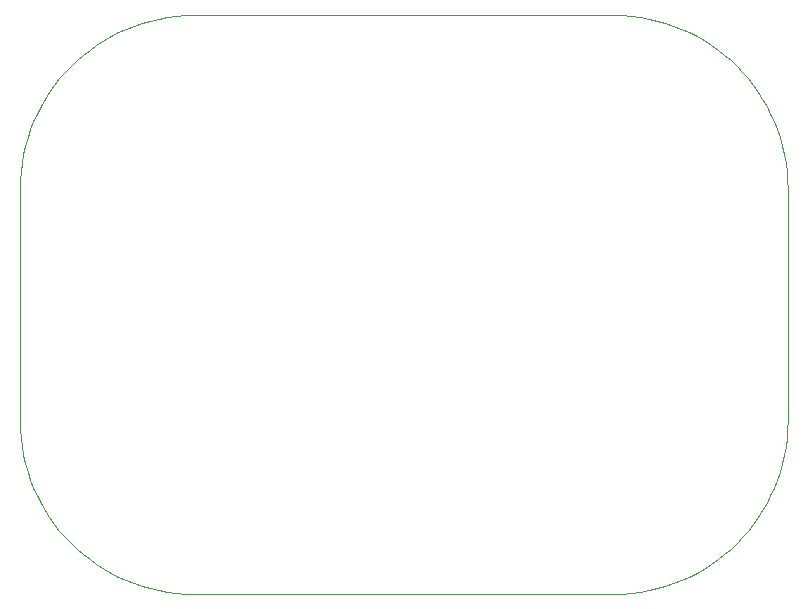
<source format=gbr>
%TF.GenerationSoftware,KiCad,Pcbnew,5.1.10*%
%TF.CreationDate,2021-10-27T21:54:33+02:00*%
%TF.ProjectId,JeanCloud_pcb_regular,4a65616e-436c-46f7-9564-5f7063625f72,rev?*%
%TF.SameCoordinates,Original*%
%TF.FileFunction,Profile,NP*%
%FSLAX46Y46*%
G04 Gerber Fmt 4.6, Leading zero omitted, Abs format (unit mm)*
G04 Created by KiCad (PCBNEW 5.1.10) date 2021-10-27 21:54:33*
%MOMM*%
%LPD*%
G01*
G04 APERTURE LIST*
%TA.AperFunction,Profile*%
%ADD10C,0.100000*%
%TD*%
G04 APERTURE END LIST*
D10*
X52639300Y-26862400D02*
X88156900Y-26862400D01*
X88156900Y-26862400D02*
X88917700Y-26881500D01*
X88917700Y-26881500D02*
X89668300Y-26938200D01*
X89668300Y-26938200D02*
X90407700Y-27031700D01*
X90407700Y-27031700D02*
X91135000Y-27160900D01*
X91135000Y-27160900D02*
X91849400Y-27324900D01*
X91849400Y-27324900D02*
X92549900Y-27523000D01*
X92549900Y-27523000D02*
X93235600Y-27754100D01*
X93235600Y-27754100D02*
X93905500Y-28017300D01*
X93905500Y-28017300D02*
X94558900Y-28311700D01*
X94558900Y-28311700D02*
X95194700Y-28636500D01*
X95194700Y-28636500D02*
X95812000Y-28990700D01*
X95812000Y-28990700D02*
X96410000Y-29373300D01*
X96410000Y-29373300D02*
X96987700Y-29783500D01*
X96987700Y-29783500D02*
X97544200Y-30220400D01*
X97544200Y-30220400D02*
X98078600Y-30683100D01*
X98078600Y-30683100D02*
X98590000Y-31170500D01*
X98590000Y-31170500D02*
X99077500Y-31681900D01*
X99077500Y-31681900D02*
X99540100Y-32216300D01*
X99540100Y-32216300D02*
X99977000Y-32772900D01*
X99977000Y-32772900D02*
X100387200Y-33350600D01*
X100387200Y-33350600D02*
X100769900Y-33948500D01*
X100769900Y-33948500D02*
X101124000Y-34565900D01*
X101124000Y-34565900D02*
X101448800Y-35201700D01*
X101448800Y-35201700D02*
X101743200Y-35855000D01*
X101743200Y-35855000D02*
X102006500Y-36525000D01*
X102006500Y-36525000D02*
X102237500Y-37210600D01*
X102237500Y-37210600D02*
X102435600Y-37911100D01*
X102435600Y-37911100D02*
X102599700Y-38625500D01*
X102599700Y-38625500D02*
X102728900Y-39352800D01*
X102728900Y-39352800D02*
X102822300Y-40092200D01*
X102822300Y-40092200D02*
X102879000Y-40842800D01*
X102879000Y-40842800D02*
X102898100Y-41603600D01*
X102898100Y-41603600D02*
X102898100Y-61121200D01*
X102898100Y-61121200D02*
X102879000Y-61882000D01*
X102879000Y-61882000D02*
X102822300Y-62632600D01*
X102822300Y-62632600D02*
X102728900Y-63372000D01*
X102728900Y-63372000D02*
X102599700Y-64099300D01*
X102599700Y-64099300D02*
X102435600Y-64813700D01*
X102435600Y-64813700D02*
X102237500Y-65514200D01*
X102237500Y-65514200D02*
X102006500Y-66199900D01*
X102006500Y-66199900D02*
X101743200Y-66869800D01*
X101743200Y-66869800D02*
X101448800Y-67523200D01*
X101448800Y-67523200D02*
X101124000Y-68159000D01*
X101124000Y-68159000D02*
X100769900Y-68776300D01*
X100769900Y-68776300D02*
X100387200Y-69374300D01*
X100387200Y-69374300D02*
X99977000Y-69952000D01*
X99977000Y-69952000D02*
X99540100Y-70508500D01*
X99540100Y-70508500D02*
X99077500Y-71042900D01*
X99077500Y-71042900D02*
X98590000Y-71554300D01*
X98590000Y-71554300D02*
X98078600Y-72041800D01*
X98078600Y-72041800D02*
X97544200Y-72504400D01*
X97544200Y-72504400D02*
X96987700Y-72941300D01*
X96987700Y-72941300D02*
X96410000Y-73351500D01*
X96410000Y-73351500D02*
X95812000Y-73734200D01*
X95812000Y-73734200D02*
X95194700Y-74088300D01*
X95194700Y-74088300D02*
X94558900Y-74413100D01*
X94558900Y-74413100D02*
X93905500Y-74707500D01*
X93905500Y-74707500D02*
X93235600Y-74970800D01*
X93235600Y-74970800D02*
X92549900Y-75201800D01*
X92549900Y-75201800D02*
X91849400Y-75399900D01*
X91849400Y-75399900D02*
X91135000Y-75564000D01*
X91135000Y-75564000D02*
X90407700Y-75693200D01*
X90407700Y-75693200D02*
X89668300Y-75786600D01*
X89668300Y-75786600D02*
X88917700Y-75843300D01*
X88917700Y-75843300D02*
X88156900Y-75862400D01*
X88156900Y-75862400D02*
X52639300Y-75862400D01*
X52639300Y-75862400D02*
X51878500Y-75843300D01*
X51878500Y-75843300D02*
X51127900Y-75786600D01*
X51127900Y-75786600D02*
X50388500Y-75693200D01*
X50388500Y-75693200D02*
X49661200Y-75564000D01*
X49661200Y-75564000D02*
X48946800Y-75399900D01*
X48946800Y-75399900D02*
X48246300Y-75201800D01*
X48246300Y-75201800D02*
X47560700Y-74970800D01*
X47560700Y-74970800D02*
X46890700Y-74707500D01*
X46890700Y-74707500D02*
X46237400Y-74413100D01*
X46237400Y-74413100D02*
X45601600Y-74088300D01*
X45601600Y-74088300D02*
X44984200Y-73734200D01*
X44984200Y-73734200D02*
X44386300Y-73351500D01*
X44386300Y-73351500D02*
X43808600Y-72941300D01*
X43808600Y-72941300D02*
X43252000Y-72504400D01*
X43252000Y-72504400D02*
X42717600Y-72041800D01*
X42717600Y-72041800D02*
X42206200Y-71554300D01*
X42206200Y-71554300D02*
X41718800Y-71042900D01*
X41718800Y-71042900D02*
X41256100Y-70508500D01*
X41256100Y-70508500D02*
X40819200Y-69952000D01*
X40819200Y-69952000D02*
X40409000Y-69374300D01*
X40409000Y-69374300D02*
X40026400Y-68776300D01*
X40026400Y-68776300D02*
X39672200Y-68159000D01*
X39672200Y-68159000D02*
X39347400Y-67523200D01*
X39347400Y-67523200D02*
X39053000Y-66869800D01*
X39053000Y-66869800D02*
X38789800Y-66199900D01*
X38789800Y-66199900D02*
X38558700Y-65514200D01*
X38558700Y-65514200D02*
X38360600Y-64813700D01*
X38360600Y-64813700D02*
X38196600Y-64099300D01*
X38196600Y-64099300D02*
X38067400Y-63372000D01*
X38067400Y-63372000D02*
X37973900Y-62632600D01*
X37973900Y-62632600D02*
X37917200Y-61882000D01*
X37917200Y-61882000D02*
X37898100Y-61121200D01*
X37898100Y-61121200D02*
X37898100Y-41603600D01*
X37898100Y-41603600D02*
X37917200Y-40842800D01*
X37917200Y-40842800D02*
X37973900Y-40092200D01*
X37973900Y-40092200D02*
X38067400Y-39352800D01*
X38067400Y-39352800D02*
X38196600Y-38625500D01*
X38196600Y-38625500D02*
X38360600Y-37911100D01*
X38360600Y-37911100D02*
X38558700Y-37210600D01*
X38558700Y-37210600D02*
X38789800Y-36525000D01*
X38789800Y-36525000D02*
X39053000Y-35855000D01*
X39053000Y-35855000D02*
X39347400Y-35201700D01*
X39347400Y-35201700D02*
X39672200Y-34565900D01*
X39672200Y-34565900D02*
X40026400Y-33948500D01*
X40026400Y-33948500D02*
X40409000Y-33350600D01*
X40409000Y-33350600D02*
X40819200Y-32772900D01*
X40819200Y-32772900D02*
X41256100Y-32216300D01*
X41256100Y-32216300D02*
X41718800Y-31681900D01*
X41718800Y-31681900D02*
X42206200Y-31170500D01*
X42206200Y-31170500D02*
X42717600Y-30683100D01*
X42717600Y-30683100D02*
X43252000Y-30220400D01*
X43252000Y-30220400D02*
X43808600Y-29783500D01*
X43808600Y-29783500D02*
X44386300Y-29373300D01*
X44386300Y-29373300D02*
X44984200Y-28990700D01*
X44984200Y-28990700D02*
X45601600Y-28636500D01*
X45601600Y-28636500D02*
X46237400Y-28311700D01*
X46237400Y-28311700D02*
X46890700Y-28017300D01*
X46890700Y-28017300D02*
X47560700Y-27754100D01*
X47560700Y-27754100D02*
X48246300Y-27523000D01*
X48246300Y-27523000D02*
X48946800Y-27324900D01*
X48946800Y-27324900D02*
X49661200Y-27160900D01*
X49661200Y-27160900D02*
X50388500Y-27031700D01*
X50388500Y-27031700D02*
X51127900Y-26938200D01*
X51127900Y-26938200D02*
X51878500Y-26881500D01*
X51878500Y-26881500D02*
X52639300Y-26862400D01*
X52639300Y-26862400D02*
X52639300Y-26862400D01*
X52639300Y-26862400D02*
X52639300Y-26862400D01*
M02*

</source>
